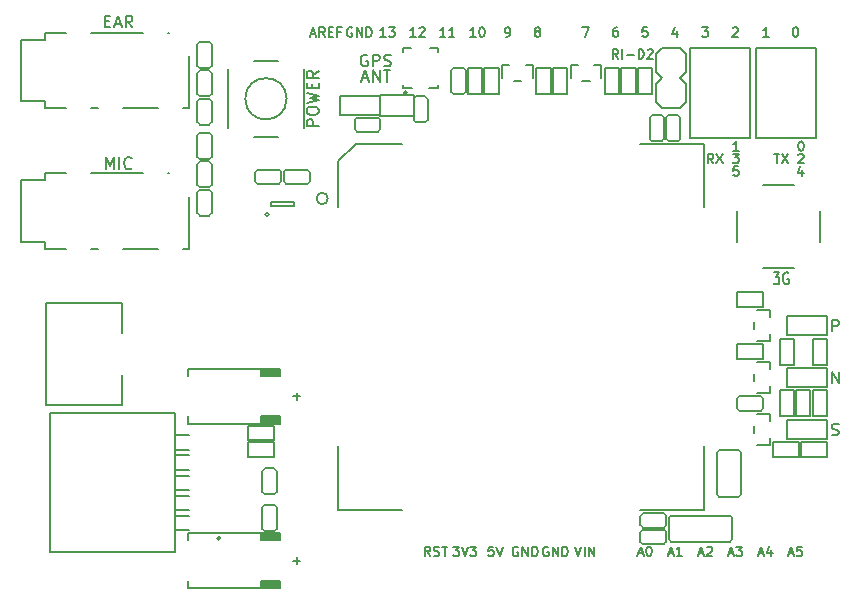
<source format=gbr>
G04 #@! TF.FileFunction,Legend,Top*
%FSLAX46Y46*%
G04 Gerber Fmt 4.6, Leading zero omitted, Abs format (unit mm)*
G04 Created by KiCad (PCBNEW 4.0.7-e2-6376~58~ubuntu16.04.1) date Sat Jul 27 23:54:02 2019*
%MOMM*%
%LPD*%
G01*
G04 APERTURE LIST*
%ADD10C,0.100000*%
%ADD11C,0.160000*%
%ADD12C,0.152400*%
G04 APERTURE END LIST*
D10*
D11*
X143083334Y-122302381D02*
X143578572Y-122302381D01*
X143311905Y-122683333D01*
X143426191Y-122683333D01*
X143502381Y-122730952D01*
X143540477Y-122778571D01*
X143578572Y-122873810D01*
X143578572Y-123111905D01*
X143540477Y-123207143D01*
X143502381Y-123254762D01*
X143426191Y-123302381D01*
X143197619Y-123302381D01*
X143121429Y-123254762D01*
X143083334Y-123207143D01*
X144340477Y-122350000D02*
X144264286Y-122302381D01*
X144150001Y-122302381D01*
X144035715Y-122350000D01*
X143959524Y-122445238D01*
X143921429Y-122540476D01*
X143883334Y-122730952D01*
X143883334Y-122873810D01*
X143921429Y-123064286D01*
X143959524Y-123159524D01*
X144035715Y-123254762D01*
X144150001Y-123302381D01*
X144226191Y-123302381D01*
X144340477Y-123254762D01*
X144378572Y-123207143D01*
X144378572Y-122873810D01*
X144226191Y-122873810D01*
X129930953Y-104211905D02*
X129664286Y-103830952D01*
X129473810Y-104211905D02*
X129473810Y-103411905D01*
X129778572Y-103411905D01*
X129854763Y-103450000D01*
X129892858Y-103488095D01*
X129930953Y-103564286D01*
X129930953Y-103678571D01*
X129892858Y-103754762D01*
X129854763Y-103792857D01*
X129778572Y-103830952D01*
X129473810Y-103830952D01*
X130273810Y-104211905D02*
X130273810Y-103411905D01*
X130654762Y-103907143D02*
X131264286Y-103907143D01*
X131645238Y-104211905D02*
X131645238Y-103411905D01*
X131835714Y-103411905D01*
X131950000Y-103450000D01*
X132026191Y-103526190D01*
X132064286Y-103602381D01*
X132102381Y-103754762D01*
X132102381Y-103869048D01*
X132064286Y-104021429D01*
X132026191Y-104097619D01*
X131950000Y-104173810D01*
X131835714Y-104211905D01*
X131645238Y-104211905D01*
X132407143Y-103488095D02*
X132445238Y-103450000D01*
X132521429Y-103411905D01*
X132711905Y-103411905D01*
X132788095Y-103450000D01*
X132826191Y-103488095D01*
X132864286Y-103564286D01*
X132864286Y-103640476D01*
X132826191Y-103754762D01*
X132369048Y-104211905D01*
X132864286Y-104211905D01*
X148014286Y-136054762D02*
X148157143Y-136102381D01*
X148395239Y-136102381D01*
X148490477Y-136054762D01*
X148538096Y-136007143D01*
X148585715Y-135911905D01*
X148585715Y-135816667D01*
X148538096Y-135721429D01*
X148490477Y-135673810D01*
X148395239Y-135626190D01*
X148204762Y-135578571D01*
X148109524Y-135530952D01*
X148061905Y-135483333D01*
X148014286Y-135388095D01*
X148014286Y-135292857D01*
X148061905Y-135197619D01*
X148109524Y-135150000D01*
X148204762Y-135102381D01*
X148442858Y-135102381D01*
X148585715Y-135150000D01*
X148014286Y-131702381D02*
X148014286Y-130702381D01*
X148585715Y-131702381D01*
X148585715Y-130702381D01*
X148038095Y-127302381D02*
X148038095Y-126302381D01*
X148419048Y-126302381D01*
X148514286Y-126350000D01*
X148561905Y-126397619D01*
X148609524Y-126492857D01*
X148609524Y-126635714D01*
X148561905Y-126730952D01*
X148514286Y-126778571D01*
X148419048Y-126826190D01*
X148038095Y-126826190D01*
X108257143Y-105866667D02*
X108733334Y-105866667D01*
X108161905Y-106152381D02*
X108495238Y-105152381D01*
X108828572Y-106152381D01*
X109161905Y-106152381D02*
X109161905Y-105152381D01*
X109733334Y-106152381D01*
X109733334Y-105152381D01*
X110066667Y-105152381D02*
X110638096Y-105152381D01*
X110352381Y-106152381D02*
X110352381Y-105152381D01*
X108685715Y-103900000D02*
X108590477Y-103852381D01*
X108447620Y-103852381D01*
X108304762Y-103900000D01*
X108209524Y-103995238D01*
X108161905Y-104090476D01*
X108114286Y-104280952D01*
X108114286Y-104423810D01*
X108161905Y-104614286D01*
X108209524Y-104709524D01*
X108304762Y-104804762D01*
X108447620Y-104852381D01*
X108542858Y-104852381D01*
X108685715Y-104804762D01*
X108733334Y-104757143D01*
X108733334Y-104423810D01*
X108542858Y-104423810D01*
X109161905Y-104852381D02*
X109161905Y-103852381D01*
X109542858Y-103852381D01*
X109638096Y-103900000D01*
X109685715Y-103947619D01*
X109733334Y-104042857D01*
X109733334Y-104185714D01*
X109685715Y-104280952D01*
X109638096Y-104328571D01*
X109542858Y-104376190D01*
X109161905Y-104376190D01*
X110114286Y-104804762D02*
X110257143Y-104852381D01*
X110495239Y-104852381D01*
X110590477Y-104804762D01*
X110638096Y-104757143D01*
X110685715Y-104661905D01*
X110685715Y-104566667D01*
X110638096Y-104471429D01*
X110590477Y-104423810D01*
X110495239Y-104376190D01*
X110304762Y-104328571D01*
X110209524Y-104280952D01*
X110161905Y-104233333D01*
X110114286Y-104138095D01*
X110114286Y-104042857D01*
X110161905Y-103947619D01*
X110209524Y-103900000D01*
X110304762Y-103852381D01*
X110542858Y-103852381D01*
X110685715Y-103900000D01*
X86528572Y-113552381D02*
X86528572Y-112552381D01*
X86861906Y-113266667D01*
X87195239Y-112552381D01*
X87195239Y-113552381D01*
X87671429Y-113552381D02*
X87671429Y-112552381D01*
X88719048Y-113457143D02*
X88671429Y-113504762D01*
X88528572Y-113552381D01*
X88433334Y-113552381D01*
X88290476Y-113504762D01*
X88195238Y-113409524D01*
X88147619Y-113314286D01*
X88100000Y-113123810D01*
X88100000Y-112980952D01*
X88147619Y-112790476D01*
X88195238Y-112695238D01*
X88290476Y-112600000D01*
X88433334Y-112552381D01*
X88528572Y-112552381D01*
X88671429Y-112600000D01*
X88719048Y-112647619D01*
X86457143Y-101028571D02*
X86790477Y-101028571D01*
X86933334Y-101552381D02*
X86457143Y-101552381D01*
X86457143Y-100552381D01*
X86933334Y-100552381D01*
X87314286Y-101266667D02*
X87790477Y-101266667D01*
X87219048Y-101552381D02*
X87552381Y-100552381D01*
X87885715Y-101552381D01*
X88790477Y-101552381D02*
X88457143Y-101076190D01*
X88219048Y-101552381D02*
X88219048Y-100552381D01*
X88600001Y-100552381D01*
X88695239Y-100600000D01*
X88742858Y-100647619D01*
X88790477Y-100742857D01*
X88790477Y-100885714D01*
X88742858Y-100980952D01*
X88695239Y-101028571D01*
X88600001Y-101076190D01*
X88219048Y-101076190D01*
X104552381Y-109909524D02*
X103552381Y-109909524D01*
X103552381Y-109528571D01*
X103600000Y-109433333D01*
X103647619Y-109385714D01*
X103742857Y-109338095D01*
X103885714Y-109338095D01*
X103980952Y-109385714D01*
X104028571Y-109433333D01*
X104076190Y-109528571D01*
X104076190Y-109909524D01*
X103552381Y-108719048D02*
X103552381Y-108528571D01*
X103600000Y-108433333D01*
X103695238Y-108338095D01*
X103885714Y-108290476D01*
X104219048Y-108290476D01*
X104409524Y-108338095D01*
X104504762Y-108433333D01*
X104552381Y-108528571D01*
X104552381Y-108719048D01*
X104504762Y-108814286D01*
X104409524Y-108909524D01*
X104219048Y-108957143D01*
X103885714Y-108957143D01*
X103695238Y-108909524D01*
X103600000Y-108814286D01*
X103552381Y-108719048D01*
X103552381Y-107957143D02*
X104552381Y-107719048D01*
X103838095Y-107528571D01*
X104552381Y-107338095D01*
X103552381Y-107100000D01*
X104028571Y-106719048D02*
X104028571Y-106385714D01*
X104552381Y-106242857D02*
X104552381Y-106719048D01*
X103552381Y-106719048D01*
X103552381Y-106242857D01*
X104552381Y-105242857D02*
X104076190Y-105576191D01*
X104552381Y-105814286D02*
X103552381Y-105814286D01*
X103552381Y-105433333D01*
X103600000Y-105338095D01*
X103647619Y-105290476D01*
X103742857Y-105242857D01*
X103885714Y-105242857D01*
X103980952Y-105290476D01*
X104028571Y-105338095D01*
X104076190Y-105433333D01*
X104076190Y-105814286D01*
X103904762Y-102133333D02*
X104285714Y-102133333D01*
X103828571Y-102361905D02*
X104095238Y-101561905D01*
X104361905Y-102361905D01*
X105085714Y-102361905D02*
X104819047Y-101980952D01*
X104628571Y-102361905D02*
X104628571Y-101561905D01*
X104933333Y-101561905D01*
X105009524Y-101600000D01*
X105047619Y-101638095D01*
X105085714Y-101714286D01*
X105085714Y-101828571D01*
X105047619Y-101904762D01*
X105009524Y-101942857D01*
X104933333Y-101980952D01*
X104628571Y-101980952D01*
X105428571Y-101942857D02*
X105695238Y-101942857D01*
X105809524Y-102361905D02*
X105428571Y-102361905D01*
X105428571Y-101561905D01*
X105809524Y-101561905D01*
X106419048Y-101942857D02*
X106152381Y-101942857D01*
X106152381Y-102361905D02*
X106152381Y-101561905D01*
X106533334Y-101561905D01*
X114011905Y-146311905D02*
X113745238Y-145930952D01*
X113554762Y-146311905D02*
X113554762Y-145511905D01*
X113859524Y-145511905D01*
X113935715Y-145550000D01*
X113973810Y-145588095D01*
X114011905Y-145664286D01*
X114011905Y-145778571D01*
X113973810Y-145854762D01*
X113935715Y-145892857D01*
X113859524Y-145930952D01*
X113554762Y-145930952D01*
X114316667Y-146273810D02*
X114430953Y-146311905D01*
X114621429Y-146311905D01*
X114697619Y-146273810D01*
X114735715Y-146235714D01*
X114773810Y-146159524D01*
X114773810Y-146083333D01*
X114735715Y-146007143D01*
X114697619Y-145969048D01*
X114621429Y-145930952D01*
X114469048Y-145892857D01*
X114392857Y-145854762D01*
X114354762Y-145816667D01*
X114316667Y-145740476D01*
X114316667Y-145664286D01*
X114354762Y-145588095D01*
X114392857Y-145550000D01*
X114469048Y-145511905D01*
X114659524Y-145511905D01*
X114773810Y-145550000D01*
X115002381Y-145511905D02*
X115459524Y-145511905D01*
X115230953Y-146311905D02*
X115230953Y-145511905D01*
X115959524Y-145511905D02*
X116454762Y-145511905D01*
X116188095Y-145816667D01*
X116302381Y-145816667D01*
X116378571Y-145854762D01*
X116416667Y-145892857D01*
X116454762Y-145969048D01*
X116454762Y-146159524D01*
X116416667Y-146235714D01*
X116378571Y-146273810D01*
X116302381Y-146311905D01*
X116073809Y-146311905D01*
X115997619Y-146273810D01*
X115959524Y-146235714D01*
X116683333Y-145511905D02*
X116950000Y-146311905D01*
X117216667Y-145511905D01*
X117407143Y-145511905D02*
X117902381Y-145511905D01*
X117635714Y-145816667D01*
X117750000Y-145816667D01*
X117826190Y-145854762D01*
X117864286Y-145892857D01*
X117902381Y-145969048D01*
X117902381Y-146159524D01*
X117864286Y-146235714D01*
X117826190Y-146273810D01*
X117750000Y-146311905D01*
X117521428Y-146311905D01*
X117445238Y-146273810D01*
X117407143Y-146235714D01*
X119347620Y-145511905D02*
X118966667Y-145511905D01*
X118928572Y-145892857D01*
X118966667Y-145854762D01*
X119042858Y-145816667D01*
X119233334Y-145816667D01*
X119309524Y-145854762D01*
X119347620Y-145892857D01*
X119385715Y-145969048D01*
X119385715Y-146159524D01*
X119347620Y-146235714D01*
X119309524Y-146273810D01*
X119233334Y-146311905D01*
X119042858Y-146311905D01*
X118966667Y-146273810D01*
X118928572Y-146235714D01*
X119614286Y-145511905D02*
X119880953Y-146311905D01*
X120147620Y-145511905D01*
X121440477Y-145550000D02*
X121364286Y-145511905D01*
X121250001Y-145511905D01*
X121135715Y-145550000D01*
X121059524Y-145626190D01*
X121021429Y-145702381D01*
X120983334Y-145854762D01*
X120983334Y-145969048D01*
X121021429Y-146121429D01*
X121059524Y-146197619D01*
X121135715Y-146273810D01*
X121250001Y-146311905D01*
X121326191Y-146311905D01*
X121440477Y-146273810D01*
X121478572Y-146235714D01*
X121478572Y-145969048D01*
X121326191Y-145969048D01*
X121821429Y-146311905D02*
X121821429Y-145511905D01*
X122278572Y-146311905D01*
X122278572Y-145511905D01*
X122659524Y-146311905D02*
X122659524Y-145511905D01*
X122850000Y-145511905D01*
X122964286Y-145550000D01*
X123040477Y-145626190D01*
X123078572Y-145702381D01*
X123116667Y-145854762D01*
X123116667Y-145969048D01*
X123078572Y-146121429D01*
X123040477Y-146197619D01*
X122964286Y-146273810D01*
X122850000Y-146311905D01*
X122659524Y-146311905D01*
X123990477Y-145550000D02*
X123914286Y-145511905D01*
X123800001Y-145511905D01*
X123685715Y-145550000D01*
X123609524Y-145626190D01*
X123571429Y-145702381D01*
X123533334Y-145854762D01*
X123533334Y-145969048D01*
X123571429Y-146121429D01*
X123609524Y-146197619D01*
X123685715Y-146273810D01*
X123800001Y-146311905D01*
X123876191Y-146311905D01*
X123990477Y-146273810D01*
X124028572Y-146235714D01*
X124028572Y-145969048D01*
X123876191Y-145969048D01*
X124371429Y-146311905D02*
X124371429Y-145511905D01*
X124828572Y-146311905D01*
X124828572Y-145511905D01*
X125209524Y-146311905D02*
X125209524Y-145511905D01*
X125400000Y-145511905D01*
X125514286Y-145550000D01*
X125590477Y-145626190D01*
X125628572Y-145702381D01*
X125666667Y-145854762D01*
X125666667Y-145969048D01*
X125628572Y-146121429D01*
X125590477Y-146197619D01*
X125514286Y-146273810D01*
X125400000Y-146311905D01*
X125209524Y-146311905D01*
X126273810Y-145511905D02*
X126540477Y-146311905D01*
X126807144Y-145511905D01*
X127073810Y-146311905D02*
X127073810Y-145511905D01*
X127454762Y-146311905D02*
X127454762Y-145511905D01*
X127911905Y-146311905D01*
X127911905Y-145511905D01*
X131628572Y-146083333D02*
X132009524Y-146083333D01*
X131552381Y-146311905D02*
X131819048Y-145511905D01*
X132085715Y-146311905D01*
X132504762Y-145511905D02*
X132580953Y-145511905D01*
X132657143Y-145550000D01*
X132695238Y-145588095D01*
X132733334Y-145664286D01*
X132771429Y-145816667D01*
X132771429Y-146007143D01*
X132733334Y-146159524D01*
X132695238Y-146235714D01*
X132657143Y-146273810D01*
X132580953Y-146311905D01*
X132504762Y-146311905D01*
X132428572Y-146273810D01*
X132390476Y-146235714D01*
X132352381Y-146159524D01*
X132314286Y-146007143D01*
X132314286Y-145816667D01*
X132352381Y-145664286D01*
X132390476Y-145588095D01*
X132428572Y-145550000D01*
X132504762Y-145511905D01*
X134178572Y-146083333D02*
X134559524Y-146083333D01*
X134102381Y-146311905D02*
X134369048Y-145511905D01*
X134635715Y-146311905D01*
X135321429Y-146311905D02*
X134864286Y-146311905D01*
X135092857Y-146311905D02*
X135092857Y-145511905D01*
X135016667Y-145626190D01*
X134940476Y-145702381D01*
X134864286Y-145740476D01*
X136728572Y-146083333D02*
X137109524Y-146083333D01*
X136652381Y-146311905D02*
X136919048Y-145511905D01*
X137185715Y-146311905D01*
X137414286Y-145588095D02*
X137452381Y-145550000D01*
X137528572Y-145511905D01*
X137719048Y-145511905D01*
X137795238Y-145550000D01*
X137833334Y-145588095D01*
X137871429Y-145664286D01*
X137871429Y-145740476D01*
X137833334Y-145854762D01*
X137376191Y-146311905D01*
X137871429Y-146311905D01*
X139278572Y-146083333D02*
X139659524Y-146083333D01*
X139202381Y-146311905D02*
X139469048Y-145511905D01*
X139735715Y-146311905D01*
X139926191Y-145511905D02*
X140421429Y-145511905D01*
X140154762Y-145816667D01*
X140269048Y-145816667D01*
X140345238Y-145854762D01*
X140383334Y-145892857D01*
X140421429Y-145969048D01*
X140421429Y-146159524D01*
X140383334Y-146235714D01*
X140345238Y-146273810D01*
X140269048Y-146311905D01*
X140040476Y-146311905D01*
X139964286Y-146273810D01*
X139926191Y-146235714D01*
X141828572Y-146083333D02*
X142209524Y-146083333D01*
X141752381Y-146311905D02*
X142019048Y-145511905D01*
X142285715Y-146311905D01*
X142895238Y-145778571D02*
X142895238Y-146311905D01*
X142704762Y-145473810D02*
X142514286Y-146045238D01*
X143009524Y-146045238D01*
X144378572Y-146083333D02*
X144759524Y-146083333D01*
X144302381Y-146311905D02*
X144569048Y-145511905D01*
X144835715Y-146311905D01*
X145483334Y-145511905D02*
X145102381Y-145511905D01*
X145064286Y-145892857D01*
X145102381Y-145854762D01*
X145178572Y-145816667D01*
X145369048Y-145816667D01*
X145445238Y-145854762D01*
X145483334Y-145892857D01*
X145521429Y-145969048D01*
X145521429Y-146159524D01*
X145483334Y-146235714D01*
X145445238Y-146273810D01*
X145369048Y-146311905D01*
X145178572Y-146311905D01*
X145102381Y-146273810D01*
X145064286Y-146235714D01*
X107390477Y-101600000D02*
X107314286Y-101561905D01*
X107200001Y-101561905D01*
X107085715Y-101600000D01*
X107009524Y-101676190D01*
X106971429Y-101752381D01*
X106933334Y-101904762D01*
X106933334Y-102019048D01*
X106971429Y-102171429D01*
X107009524Y-102247619D01*
X107085715Y-102323810D01*
X107200001Y-102361905D01*
X107276191Y-102361905D01*
X107390477Y-102323810D01*
X107428572Y-102285714D01*
X107428572Y-102019048D01*
X107276191Y-102019048D01*
X107771429Y-102361905D02*
X107771429Y-101561905D01*
X108228572Y-102361905D01*
X108228572Y-101561905D01*
X108609524Y-102361905D02*
X108609524Y-101561905D01*
X108800000Y-101561905D01*
X108914286Y-101600000D01*
X108990477Y-101676190D01*
X109028572Y-101752381D01*
X109066667Y-101904762D01*
X109066667Y-102019048D01*
X109028572Y-102171429D01*
X108990477Y-102247619D01*
X108914286Y-102323810D01*
X108800000Y-102361905D01*
X108609524Y-102361905D01*
X110247619Y-102361905D02*
X109790476Y-102361905D01*
X110019047Y-102361905D02*
X110019047Y-101561905D01*
X109942857Y-101676190D01*
X109866666Y-101752381D01*
X109790476Y-101790476D01*
X110514286Y-101561905D02*
X111009524Y-101561905D01*
X110742857Y-101866667D01*
X110857143Y-101866667D01*
X110933333Y-101904762D01*
X110971429Y-101942857D01*
X111009524Y-102019048D01*
X111009524Y-102209524D01*
X110971429Y-102285714D01*
X110933333Y-102323810D01*
X110857143Y-102361905D01*
X110628571Y-102361905D01*
X110552381Y-102323810D01*
X110514286Y-102285714D01*
X112797619Y-102361905D02*
X112340476Y-102361905D01*
X112569047Y-102361905D02*
X112569047Y-101561905D01*
X112492857Y-101676190D01*
X112416666Y-101752381D01*
X112340476Y-101790476D01*
X113102381Y-101638095D02*
X113140476Y-101600000D01*
X113216667Y-101561905D01*
X113407143Y-101561905D01*
X113483333Y-101600000D01*
X113521429Y-101638095D01*
X113559524Y-101714286D01*
X113559524Y-101790476D01*
X113521429Y-101904762D01*
X113064286Y-102361905D01*
X113559524Y-102361905D01*
X115297619Y-102361905D02*
X114840476Y-102361905D01*
X115069047Y-102361905D02*
X115069047Y-101561905D01*
X114992857Y-101676190D01*
X114916666Y-101752381D01*
X114840476Y-101790476D01*
X116059524Y-102361905D02*
X115602381Y-102361905D01*
X115830952Y-102361905D02*
X115830952Y-101561905D01*
X115754762Y-101676190D01*
X115678571Y-101752381D01*
X115602381Y-101790476D01*
X117847619Y-102361905D02*
X117390476Y-102361905D01*
X117619047Y-102361905D02*
X117619047Y-101561905D01*
X117542857Y-101676190D01*
X117466666Y-101752381D01*
X117390476Y-101790476D01*
X118342857Y-101561905D02*
X118419048Y-101561905D01*
X118495238Y-101600000D01*
X118533333Y-101638095D01*
X118571429Y-101714286D01*
X118609524Y-101866667D01*
X118609524Y-102057143D01*
X118571429Y-102209524D01*
X118533333Y-102285714D01*
X118495238Y-102323810D01*
X118419048Y-102361905D01*
X118342857Y-102361905D01*
X118266667Y-102323810D01*
X118228571Y-102285714D01*
X118190476Y-102209524D01*
X118152381Y-102057143D01*
X118152381Y-101866667D01*
X118190476Y-101714286D01*
X118228571Y-101638095D01*
X118266667Y-101600000D01*
X118342857Y-101561905D01*
X120397619Y-102361905D02*
X120550000Y-102361905D01*
X120626191Y-102323810D01*
X120664286Y-102285714D01*
X120740477Y-102171429D01*
X120778572Y-102019048D01*
X120778572Y-101714286D01*
X120740477Y-101638095D01*
X120702381Y-101600000D01*
X120626191Y-101561905D01*
X120473810Y-101561905D01*
X120397619Y-101600000D01*
X120359524Y-101638095D01*
X120321429Y-101714286D01*
X120321429Y-101904762D01*
X120359524Y-101980952D01*
X120397619Y-102019048D01*
X120473810Y-102057143D01*
X120626191Y-102057143D01*
X120702381Y-102019048D01*
X120740477Y-101980952D01*
X120778572Y-101904762D01*
X123023810Y-101904762D02*
X122947619Y-101866667D01*
X122909524Y-101828571D01*
X122871429Y-101752381D01*
X122871429Y-101714286D01*
X122909524Y-101638095D01*
X122947619Y-101600000D01*
X123023810Y-101561905D01*
X123176191Y-101561905D01*
X123252381Y-101600000D01*
X123290477Y-101638095D01*
X123328572Y-101714286D01*
X123328572Y-101752381D01*
X123290477Y-101828571D01*
X123252381Y-101866667D01*
X123176191Y-101904762D01*
X123023810Y-101904762D01*
X122947619Y-101942857D01*
X122909524Y-101980952D01*
X122871429Y-102057143D01*
X122871429Y-102209524D01*
X122909524Y-102285714D01*
X122947619Y-102323810D01*
X123023810Y-102361905D01*
X123176191Y-102361905D01*
X123252381Y-102323810D01*
X123290477Y-102285714D01*
X123328572Y-102209524D01*
X123328572Y-102057143D01*
X123290477Y-101980952D01*
X123252381Y-101942857D01*
X123176191Y-101904762D01*
X126883334Y-101561905D02*
X127416667Y-101561905D01*
X127073810Y-102361905D01*
X129852381Y-101561905D02*
X129700000Y-101561905D01*
X129623810Y-101600000D01*
X129585715Y-101638095D01*
X129509524Y-101752381D01*
X129471429Y-101904762D01*
X129471429Y-102209524D01*
X129509524Y-102285714D01*
X129547619Y-102323810D01*
X129623810Y-102361905D01*
X129776191Y-102361905D01*
X129852381Y-102323810D01*
X129890477Y-102285714D01*
X129928572Y-102209524D01*
X129928572Y-102019048D01*
X129890477Y-101942857D01*
X129852381Y-101904762D01*
X129776191Y-101866667D01*
X129623810Y-101866667D01*
X129547619Y-101904762D01*
X129509524Y-101942857D01*
X129471429Y-102019048D01*
X132390477Y-101561905D02*
X132009524Y-101561905D01*
X131971429Y-101942857D01*
X132009524Y-101904762D01*
X132085715Y-101866667D01*
X132276191Y-101866667D01*
X132352381Y-101904762D01*
X132390477Y-101942857D01*
X132428572Y-102019048D01*
X132428572Y-102209524D01*
X132390477Y-102285714D01*
X132352381Y-102323810D01*
X132276191Y-102361905D01*
X132085715Y-102361905D01*
X132009524Y-102323810D01*
X131971429Y-102285714D01*
X134902381Y-101828571D02*
X134902381Y-102361905D01*
X134711905Y-101523810D02*
X134521429Y-102095238D01*
X135016667Y-102095238D01*
X137033334Y-101561905D02*
X137528572Y-101561905D01*
X137261905Y-101866667D01*
X137376191Y-101866667D01*
X137452381Y-101904762D01*
X137490477Y-101942857D01*
X137528572Y-102019048D01*
X137528572Y-102209524D01*
X137490477Y-102285714D01*
X137452381Y-102323810D01*
X137376191Y-102361905D01*
X137147619Y-102361905D01*
X137071429Y-102323810D01*
X137033334Y-102285714D01*
X139621429Y-101638095D02*
X139659524Y-101600000D01*
X139735715Y-101561905D01*
X139926191Y-101561905D01*
X140002381Y-101600000D01*
X140040477Y-101638095D01*
X140078572Y-101714286D01*
X140078572Y-101790476D01*
X140040477Y-101904762D01*
X139583334Y-102361905D01*
X140078572Y-102361905D01*
X142678572Y-102361905D02*
X142221429Y-102361905D01*
X142450000Y-102361905D02*
X142450000Y-101561905D01*
X142373810Y-101676190D01*
X142297619Y-101752381D01*
X142221429Y-101790476D01*
X144911905Y-101561905D02*
X144988096Y-101561905D01*
X145064286Y-101600000D01*
X145102381Y-101638095D01*
X145140477Y-101714286D01*
X145178572Y-101866667D01*
X145178572Y-102057143D01*
X145140477Y-102209524D01*
X145102381Y-102285714D01*
X145064286Y-102323810D01*
X144988096Y-102361905D01*
X144911905Y-102361905D01*
X144835715Y-102323810D01*
X144797619Y-102285714D01*
X144759524Y-102209524D01*
X144721429Y-102057143D01*
X144721429Y-101866667D01*
X144759524Y-101714286D01*
X144797619Y-101638095D01*
X144835715Y-101600000D01*
X144911905Y-101561905D01*
X140090477Y-113311905D02*
X139709524Y-113311905D01*
X139671429Y-113692857D01*
X139709524Y-113654762D01*
X139785715Y-113616667D01*
X139976191Y-113616667D01*
X140052381Y-113654762D01*
X140090477Y-113692857D01*
X140128572Y-113769048D01*
X140128572Y-113959524D01*
X140090477Y-114035714D01*
X140052381Y-114073810D01*
X139976191Y-114111905D01*
X139785715Y-114111905D01*
X139709524Y-114073810D01*
X139671429Y-114035714D01*
X137980952Y-113061905D02*
X137714285Y-112680952D01*
X137523809Y-113061905D02*
X137523809Y-112261905D01*
X137828571Y-112261905D01*
X137904762Y-112300000D01*
X137942857Y-112338095D01*
X137980952Y-112414286D01*
X137980952Y-112528571D01*
X137942857Y-112604762D01*
X137904762Y-112642857D01*
X137828571Y-112680952D01*
X137523809Y-112680952D01*
X138247619Y-112261905D02*
X138780952Y-113061905D01*
X138780952Y-112261905D02*
X138247619Y-113061905D01*
X139619048Y-112261905D02*
X140114286Y-112261905D01*
X139847619Y-112566667D01*
X139961905Y-112566667D01*
X140038095Y-112604762D01*
X140076191Y-112642857D01*
X140114286Y-112719048D01*
X140114286Y-112909524D01*
X140076191Y-112985714D01*
X140038095Y-113023810D01*
X139961905Y-113061905D01*
X139733333Y-113061905D01*
X139657143Y-113023810D01*
X139619048Y-112985714D01*
X140128572Y-112011905D02*
X139671429Y-112011905D01*
X139900000Y-112011905D02*
X139900000Y-111211905D01*
X139823810Y-111326190D01*
X139747619Y-111402381D01*
X139671429Y-111440476D01*
X143104761Y-112261905D02*
X143561904Y-112261905D01*
X143333333Y-113061905D02*
X143333333Y-112261905D01*
X143752381Y-112261905D02*
X144285714Y-113061905D01*
X144285714Y-112261905D02*
X143752381Y-113061905D01*
X145161905Y-112338095D02*
X145200000Y-112300000D01*
X145276191Y-112261905D01*
X145466667Y-112261905D01*
X145542857Y-112300000D01*
X145580953Y-112338095D01*
X145619048Y-112414286D01*
X145619048Y-112490476D01*
X145580953Y-112604762D01*
X145123810Y-113061905D01*
X145619048Y-113061905D01*
X145502381Y-113628571D02*
X145502381Y-114161905D01*
X145311905Y-113323810D02*
X145121429Y-113895238D01*
X145616667Y-113895238D01*
X145361905Y-111211905D02*
X145438096Y-111211905D01*
X145514286Y-111250000D01*
X145552381Y-111288095D01*
X145590477Y-111364286D01*
X145628572Y-111516667D01*
X145628572Y-111707143D01*
X145590477Y-111859524D01*
X145552381Y-111935714D01*
X145514286Y-111973810D01*
X145438096Y-112011905D01*
X145361905Y-112011905D01*
X145285715Y-111973810D01*
X145247619Y-111935714D01*
X145209524Y-111859524D01*
X145171429Y-111707143D01*
X145171429Y-111516667D01*
X145209524Y-111364286D01*
X145247619Y-111288095D01*
X145285715Y-111250000D01*
X145361905Y-111211905D01*
D12*
X99700000Y-130600000D02*
X101300000Y-130600000D01*
X101300000Y-130700000D02*
X99700000Y-130700000D01*
X99700000Y-130800000D02*
X101300000Y-130800000D01*
X101300000Y-130900000D02*
X99700000Y-130900000D01*
X101300000Y-131000000D02*
X99700000Y-131000000D01*
X101300000Y-131100000D02*
X99700000Y-131100000D01*
X99700000Y-131100000D02*
X99700000Y-130500000D01*
X101300000Y-134600000D02*
X99700000Y-134600000D01*
X99700000Y-134700000D02*
X101300000Y-134700000D01*
X101300000Y-134800000D02*
X99700000Y-134800000D01*
X99700000Y-134900000D02*
X101300000Y-134900000D01*
X101300000Y-135000000D02*
X99700000Y-135000000D01*
X101300000Y-134500000D02*
X99700000Y-134500000D01*
X99700000Y-134500000D02*
X99700000Y-135100000D01*
X99700000Y-135100000D02*
X99700000Y-135000000D01*
X101300000Y-130500000D02*
X101300000Y-131100000D01*
X101300000Y-135100000D02*
X101300000Y-134500000D01*
X93500000Y-130500000D02*
X93500000Y-131100000D01*
X93500000Y-135100000D02*
X93500000Y-134500000D01*
X102700000Y-133100000D02*
X102700000Y-132500000D01*
X102400000Y-132800000D02*
X103000000Y-132800000D01*
X101300000Y-135100000D02*
X93500000Y-135100000D01*
X93500000Y-130500000D02*
X101300000Y-130500000D01*
X99700000Y-144500000D02*
X101300000Y-144500000D01*
X101300000Y-144600000D02*
X99700000Y-144600000D01*
X99700000Y-144700000D02*
X101300000Y-144700000D01*
X101300000Y-144800000D02*
X99700000Y-144800000D01*
X101300000Y-144900000D02*
X99700000Y-144900000D01*
X101300000Y-145000000D02*
X99700000Y-145000000D01*
X99700000Y-145000000D02*
X99700000Y-144400000D01*
X101300000Y-148500000D02*
X99700000Y-148500000D01*
X99700000Y-148600000D02*
X101300000Y-148600000D01*
X101300000Y-148700000D02*
X99700000Y-148700000D01*
X99700000Y-148800000D02*
X101300000Y-148800000D01*
X101300000Y-148900000D02*
X99700000Y-148900000D01*
X101300000Y-148400000D02*
X99700000Y-148400000D01*
X99700000Y-148400000D02*
X99700000Y-149000000D01*
X99700000Y-149000000D02*
X99700000Y-148900000D01*
X101300000Y-144400000D02*
X101300000Y-145000000D01*
X101300000Y-149000000D02*
X101300000Y-148400000D01*
X93500000Y-144400000D02*
X93500000Y-145000000D01*
X93500000Y-149000000D02*
X93500000Y-148400000D01*
X102700000Y-147000000D02*
X102700000Y-146400000D01*
X102400000Y-146700000D02*
X103000000Y-146700000D01*
X101300000Y-149000000D02*
X93500000Y-149000000D01*
X93500000Y-144400000D02*
X101300000Y-144400000D01*
X137200000Y-137000000D02*
X137200000Y-142400000D01*
X137200000Y-142400000D02*
X131800000Y-142400000D01*
X106200000Y-137000000D02*
X106200000Y-142400000D01*
X106200000Y-142400000D02*
X111600000Y-142400000D01*
X131800000Y-111400000D02*
X137200000Y-111400000D01*
X137200000Y-111400000D02*
X137200000Y-116800000D01*
X107700000Y-111400000D02*
X111600000Y-111400000D01*
X106200000Y-116800000D02*
X106200000Y-112900000D01*
X106200000Y-112900000D02*
X107700000Y-111400000D01*
X105339526Y-116039960D02*
G75*
G03X105339526Y-116039960I-479246J0D01*
G01*
X135162000Y-105830000D02*
X135670000Y-105322000D01*
X135670000Y-105322000D02*
X135670000Y-103798000D01*
X135670000Y-103798000D02*
X135162000Y-103290000D01*
X135162000Y-103290000D02*
X133638000Y-103290000D01*
X133638000Y-103290000D02*
X133130000Y-103798000D01*
X133130000Y-103798000D02*
X133130000Y-105322000D01*
X133130000Y-105322000D02*
X133638000Y-105830000D01*
X133638000Y-105830000D02*
X133130000Y-106338000D01*
X133130000Y-106338000D02*
X133130000Y-107862000D01*
X133130000Y-107862000D02*
X133638000Y-108370000D01*
X133638000Y-108370000D02*
X135162000Y-108370000D01*
X135162000Y-108370000D02*
X135670000Y-107862000D01*
X135670000Y-107862000D02*
X135670000Y-106338000D01*
X135670000Y-106338000D02*
X135162000Y-105830000D01*
X144200000Y-126000000D02*
X147600000Y-126000000D01*
X147600000Y-126000000D02*
X147600000Y-127600000D01*
X147600000Y-127600000D02*
X144200000Y-127600000D01*
X144200000Y-127600000D02*
X144200000Y-126000000D01*
X144200000Y-130400000D02*
X147600000Y-130400000D01*
X147600000Y-130400000D02*
X147600000Y-132000000D01*
X147600000Y-132000000D02*
X144200000Y-132000000D01*
X144200000Y-132000000D02*
X144200000Y-130400000D01*
X144200000Y-134800000D02*
X147600000Y-134800000D01*
X147600000Y-134800000D02*
X147600000Y-136400000D01*
X147600000Y-136400000D02*
X144200000Y-136400000D01*
X144200000Y-136400000D02*
X144200000Y-134800000D01*
X121100000Y-106100000D02*
X121700000Y-106100000D01*
X122100000Y-104700000D02*
X122700000Y-104700000D01*
X122700000Y-104700000D02*
X122700000Y-105800000D01*
X120100000Y-104700000D02*
X120100000Y-105800000D01*
X120100000Y-104700000D02*
X120700000Y-104700000D01*
X141400000Y-126500000D02*
X141400000Y-127100000D01*
X142800000Y-127500000D02*
X142800000Y-128100000D01*
X142800000Y-128100000D02*
X141700000Y-128100000D01*
X142800000Y-125500000D02*
X141700000Y-125500000D01*
X142800000Y-125500000D02*
X142800000Y-126100000D01*
X141400000Y-130900000D02*
X141400000Y-131500000D01*
X142800000Y-131900000D02*
X142800000Y-132500000D01*
X142800000Y-132500000D02*
X141700000Y-132500000D01*
X142800000Y-129900000D02*
X141700000Y-129900000D01*
X142800000Y-129900000D02*
X142800000Y-130500000D01*
X141400000Y-135300000D02*
X141400000Y-135900000D01*
X142800000Y-136300000D02*
X142800000Y-136900000D01*
X142800000Y-136900000D02*
X141700000Y-136900000D01*
X142800000Y-134300000D02*
X141700000Y-134300000D01*
X142800000Y-134300000D02*
X142800000Y-134900000D01*
X126900000Y-106100000D02*
X127500000Y-106100000D01*
X127900000Y-104700000D02*
X128500000Y-104700000D01*
X128500000Y-104700000D02*
X128500000Y-105800000D01*
X125900000Y-104700000D02*
X125900000Y-105800000D01*
X125900000Y-104700000D02*
X126500000Y-104700000D01*
D11*
X87900000Y-133550000D02*
X87900000Y-131000000D01*
X87900000Y-124850000D02*
X87900000Y-127400000D01*
X81450000Y-124850000D02*
X81450000Y-133550000D01*
X87900000Y-133550000D02*
X81450000Y-133550000D01*
X81450000Y-124850000D02*
X87900000Y-124850000D01*
X141560000Y-110910000D02*
X141560000Y-103290000D01*
X146640000Y-103290000D02*
X146640000Y-110910000D01*
X146640000Y-110910000D02*
X141560000Y-110910000D01*
X141560000Y-103290000D02*
X146640000Y-103290000D01*
X136010000Y-110910000D02*
X136010000Y-103290000D01*
X141090000Y-103290000D02*
X141090000Y-110910000D01*
X141090000Y-110910000D02*
X136010000Y-110910000D01*
X136010000Y-103290000D02*
X141090000Y-103290000D01*
D12*
X93600000Y-137300000D02*
X92400000Y-137300000D01*
X93600000Y-137800000D02*
X92400000Y-137800000D01*
X93600000Y-139000000D02*
X92400000Y-139000000D01*
X93600000Y-139500000D02*
X92400000Y-139500000D01*
X93600000Y-140700000D02*
X92400000Y-140700000D01*
X93600000Y-141200000D02*
X92400000Y-141200000D01*
X93600000Y-142400000D02*
X92400000Y-142400000D01*
X93600000Y-142900000D02*
X92400000Y-142900000D01*
X93600000Y-136100000D02*
X92400000Y-136100000D01*
X93600000Y-144100000D02*
X92400000Y-144100000D01*
X96241421Y-144800000D02*
G75*
G03X96241421Y-144800000I-141421J0D01*
G01*
X92400000Y-146000000D02*
X81800000Y-146000000D01*
X81800000Y-146000000D02*
X81800000Y-134200000D01*
X81800000Y-134200000D02*
X92400000Y-134200000D01*
X92400000Y-146000000D02*
X92400000Y-134200000D01*
X134200000Y-144900000D02*
G75*
G03X134400000Y-145100000I200000J0D01*
G01*
X134400000Y-142900000D02*
G75*
G03X134200000Y-143100000I0J-200000D01*
G01*
X139600000Y-143100000D02*
G75*
G03X139400000Y-142900000I-200000J0D01*
G01*
X139400000Y-145100000D02*
G75*
G03X139600000Y-144900000I0J200000D01*
G01*
X134400000Y-142900000D02*
X139400000Y-142900000D01*
X139600000Y-143100000D02*
X139600000Y-144900000D01*
X139400000Y-145100000D02*
X134400000Y-145100000D01*
X134200000Y-144900000D02*
X134200000Y-143100000D01*
X140100000Y-141300000D02*
G75*
G03X140300000Y-141100000I0J200000D01*
G01*
X140300000Y-137500000D02*
G75*
G03X140100000Y-137300000I-200000J0D01*
G01*
X138500000Y-137300000D02*
G75*
G03X138300000Y-137500000I0J-200000D01*
G01*
X138300000Y-141100000D02*
G75*
G03X138500000Y-141300000I200000J0D01*
G01*
X138300000Y-141100000D02*
X138300000Y-137500000D01*
X138500000Y-137300000D02*
X140100000Y-137300000D01*
X140300000Y-137500000D02*
X140300000Y-141100000D01*
X140100000Y-141300000D02*
X138500000Y-141300000D01*
X131800000Y-143700000D02*
G75*
G03X132000000Y-143900000I200000J0D01*
G01*
X132000000Y-142700000D02*
G75*
G03X131800000Y-142900000I0J-200000D01*
G01*
X134000000Y-142900000D02*
G75*
G03X133800000Y-142700000I-200000J0D01*
G01*
X133800000Y-143900000D02*
G75*
G03X134000000Y-143700000I0J200000D01*
G01*
X133800000Y-143900000D02*
X132000000Y-143900000D01*
X131800000Y-143700000D02*
X131800000Y-142900000D01*
X132000000Y-142700000D02*
X133800000Y-142700000D01*
X134000000Y-142900000D02*
X134000000Y-143700000D01*
X131800000Y-145100000D02*
G75*
G03X132000000Y-145300000I200000J0D01*
G01*
X132000000Y-144100000D02*
G75*
G03X131800000Y-144300000I0J-200000D01*
G01*
X134000000Y-144300000D02*
G75*
G03X133800000Y-144100000I-200000J0D01*
G01*
X133800000Y-145300000D02*
G75*
G03X134000000Y-145100000I0J200000D01*
G01*
X133800000Y-145300000D02*
X132000000Y-145300000D01*
X131800000Y-145100000D02*
X131800000Y-144300000D01*
X132000000Y-144100000D02*
X133800000Y-144100000D01*
X134000000Y-144300000D02*
X134000000Y-145100000D01*
X101400000Y-113800000D02*
G75*
G03X101200000Y-113600000I-200000J0D01*
G01*
X101200000Y-114800000D02*
G75*
G03X101400000Y-114600000I0J200000D01*
G01*
X99200000Y-114600000D02*
G75*
G03X99400000Y-114800000I200000J0D01*
G01*
X99400000Y-113600000D02*
G75*
G03X99200000Y-113800000I0J-200000D01*
G01*
X99400000Y-113600000D02*
X101200000Y-113600000D01*
X101400000Y-113800000D02*
X101400000Y-114600000D01*
X101200000Y-114800000D02*
X99400000Y-114800000D01*
X99200000Y-114600000D02*
X99200000Y-113800000D01*
X101610000Y-114600000D02*
G75*
G03X101810000Y-114800000I200000J0D01*
G01*
X101810000Y-113600000D02*
G75*
G03X101610000Y-113800000I0J-200000D01*
G01*
X103810000Y-113800000D02*
G75*
G03X103610000Y-113600000I-200000J0D01*
G01*
X103610000Y-114800000D02*
G75*
G03X103810000Y-114600000I0J200000D01*
G01*
X103610000Y-114800000D02*
X101810000Y-114800000D01*
X101610000Y-114600000D02*
X101610000Y-113800000D01*
X101810000Y-113600000D02*
X103610000Y-113600000D01*
X103810000Y-113800000D02*
X103810000Y-114600000D01*
X94500000Y-102800000D02*
G75*
G03X94300000Y-103000000I0J-200000D01*
G01*
X95500000Y-103000000D02*
G75*
G03X95300000Y-102800000I-200000J0D01*
G01*
X95300000Y-105000000D02*
G75*
G03X95500000Y-104800000I0J200000D01*
G01*
X94300000Y-104800000D02*
G75*
G03X94500000Y-105000000I200000J0D01*
G01*
X94300000Y-104800000D02*
X94300000Y-103000000D01*
X94500000Y-102800000D02*
X95300000Y-102800000D01*
X95500000Y-103000000D02*
X95500000Y-104800000D01*
X95300000Y-105000000D02*
X94500000Y-105000000D01*
X116000000Y-105000000D02*
G75*
G03X115800000Y-105200000I0J-200000D01*
G01*
X117000000Y-105200000D02*
G75*
G03X116800000Y-105000000I-200000J0D01*
G01*
X116800000Y-107200000D02*
G75*
G03X117000000Y-107000000I0J200000D01*
G01*
X115800000Y-107000000D02*
G75*
G03X116000000Y-107200000I200000J0D01*
G01*
X115800000Y-107000000D02*
X115800000Y-105200000D01*
X116000000Y-105000000D02*
X116800000Y-105000000D01*
X117000000Y-105200000D02*
X117000000Y-107000000D01*
X116800000Y-107200000D02*
X116000000Y-107200000D01*
X94500000Y-105200000D02*
G75*
G03X94300000Y-105400000I0J-200000D01*
G01*
X95500000Y-105400000D02*
G75*
G03X95300000Y-105200000I-200000J0D01*
G01*
X95300000Y-107400000D02*
G75*
G03X95500000Y-107200000I0J200000D01*
G01*
X94300000Y-107200000D02*
G75*
G03X94500000Y-107400000I200000J0D01*
G01*
X94300000Y-107200000D02*
X94300000Y-105400000D01*
X94500000Y-105200000D02*
X95300000Y-105200000D01*
X95500000Y-105400000D02*
X95500000Y-107200000D01*
X95300000Y-107400000D02*
X94500000Y-107400000D01*
X94500000Y-107600000D02*
G75*
G03X94300000Y-107800000I0J-200000D01*
G01*
X95500000Y-107800000D02*
G75*
G03X95300000Y-107600000I-200000J0D01*
G01*
X95300000Y-109800000D02*
G75*
G03X95500000Y-109600000I0J200000D01*
G01*
X94300000Y-109600000D02*
G75*
G03X94500000Y-109800000I200000J0D01*
G01*
X94300000Y-109600000D02*
X94300000Y-107800000D01*
X94500000Y-107600000D02*
X95300000Y-107600000D01*
X95500000Y-107800000D02*
X95500000Y-109600000D01*
X95300000Y-109800000D02*
X94500000Y-109800000D01*
X100800000Y-141100000D02*
G75*
G03X101000000Y-140900000I0J200000D01*
G01*
X99800000Y-140900000D02*
G75*
G03X100000000Y-141100000I200000J0D01*
G01*
X100000000Y-138900000D02*
G75*
G03X99800000Y-139100000I0J-200000D01*
G01*
X101000000Y-139100000D02*
G75*
G03X100800000Y-138900000I-200000J0D01*
G01*
X101000000Y-139100000D02*
X101000000Y-140900000D01*
X100800000Y-141100000D02*
X100000000Y-141100000D01*
X99800000Y-140900000D02*
X99800000Y-139100000D01*
X100000000Y-138900000D02*
X100800000Y-138900000D01*
X100000000Y-142000000D02*
G75*
G03X99800000Y-142200000I0J-200000D01*
G01*
X101000000Y-142200000D02*
G75*
G03X100800000Y-142000000I-200000J0D01*
G01*
X100800000Y-144200000D02*
G75*
G03X101000000Y-144000000I0J200000D01*
G01*
X99800000Y-144000000D02*
G75*
G03X100000000Y-144200000I200000J0D01*
G01*
X99800000Y-144000000D02*
X99800000Y-142200000D01*
X100000000Y-142000000D02*
X100800000Y-142000000D01*
X101000000Y-142200000D02*
X101000000Y-144000000D01*
X100800000Y-144200000D02*
X100000000Y-144200000D01*
X142200000Y-133000000D02*
G75*
G03X142000000Y-132800000I-200000J0D01*
G01*
X142000000Y-134000000D02*
G75*
G03X142200000Y-133800000I0J200000D01*
G01*
X140000000Y-133800000D02*
G75*
G03X140200000Y-134000000I200000J0D01*
G01*
X140200000Y-132800000D02*
G75*
G03X140000000Y-133000000I0J-200000D01*
G01*
X140200000Y-132800000D02*
X142000000Y-132800000D01*
X142200000Y-133000000D02*
X142200000Y-133800000D01*
X142000000Y-134000000D02*
X140200000Y-134000000D01*
X140000000Y-133800000D02*
X140000000Y-133000000D01*
X133600000Y-111200000D02*
G75*
G03X133800000Y-111000000I0J200000D01*
G01*
X132600000Y-111000000D02*
G75*
G03X132800000Y-111200000I200000J0D01*
G01*
X132800000Y-109000000D02*
G75*
G03X132600000Y-109200000I0J-200000D01*
G01*
X133800000Y-109200000D02*
G75*
G03X133600000Y-109000000I-200000J0D01*
G01*
X133800000Y-109200000D02*
X133800000Y-111000000D01*
X133600000Y-111200000D02*
X132800000Y-111200000D01*
X132600000Y-111000000D02*
X132600000Y-109200000D01*
X132800000Y-109000000D02*
X133600000Y-109000000D01*
X95300000Y-117500000D02*
G75*
G03X95500000Y-117300000I0J200000D01*
G01*
X94300000Y-117300000D02*
G75*
G03X94500000Y-117500000I200000J0D01*
G01*
X94500000Y-115300000D02*
G75*
G03X94300000Y-115500000I0J-200000D01*
G01*
X95500000Y-115500000D02*
G75*
G03X95300000Y-115300000I-200000J0D01*
G01*
X95500000Y-115500000D02*
X95500000Y-117300000D01*
X95300000Y-117500000D02*
X94500000Y-117500000D01*
X94300000Y-117300000D02*
X94300000Y-115500000D01*
X94500000Y-115300000D02*
X95300000Y-115300000D01*
X135000000Y-111200000D02*
G75*
G03X135200000Y-111000000I0J200000D01*
G01*
X134000000Y-111000000D02*
G75*
G03X134200000Y-111200000I200000J0D01*
G01*
X134200000Y-109000000D02*
G75*
G03X134000000Y-109200000I0J-200000D01*
G01*
X135200000Y-109200000D02*
G75*
G03X135000000Y-109000000I-200000J0D01*
G01*
X135200000Y-109200000D02*
X135200000Y-111000000D01*
X135000000Y-111200000D02*
X134200000Y-111200000D01*
X134000000Y-111000000D02*
X134000000Y-109200000D01*
X134200000Y-109000000D02*
X135000000Y-109000000D01*
X95300000Y-115100000D02*
G75*
G03X95500000Y-114900000I0J200000D01*
G01*
X94300000Y-114900000D02*
G75*
G03X94500000Y-115100000I200000J0D01*
G01*
X94500000Y-112900000D02*
G75*
G03X94300000Y-113100000I0J-200000D01*
G01*
X95500000Y-113100000D02*
G75*
G03X95300000Y-112900000I-200000J0D01*
G01*
X95500000Y-113100000D02*
X95500000Y-114900000D01*
X95300000Y-115100000D02*
X94500000Y-115100000D01*
X94300000Y-114900000D02*
X94300000Y-113100000D01*
X94500000Y-112900000D02*
X95300000Y-112900000D01*
X95300000Y-112700000D02*
G75*
G03X95500000Y-112500000I0J200000D01*
G01*
X94300000Y-112500000D02*
G75*
G03X94500000Y-112700000I200000J0D01*
G01*
X94500000Y-110500000D02*
G75*
G03X94300000Y-110700000I0J-200000D01*
G01*
X95500000Y-110700000D02*
G75*
G03X95300000Y-110500000I-200000J0D01*
G01*
X95500000Y-110700000D02*
X95500000Y-112500000D01*
X95300000Y-112700000D02*
X94500000Y-112700000D01*
X94300000Y-112500000D02*
X94300000Y-110700000D01*
X94500000Y-110500000D02*
X95300000Y-110500000D01*
X147600000Y-127900000D02*
X147600000Y-130100000D01*
X147600000Y-130100000D02*
X146400000Y-130100000D01*
X146400000Y-130100000D02*
X146400000Y-127900000D01*
X146400000Y-127900000D02*
X147600000Y-127900000D01*
X123000000Y-107200000D02*
X123000000Y-105000000D01*
X123000000Y-105000000D02*
X124200000Y-105000000D01*
X124200000Y-105000000D02*
X124200000Y-107200000D01*
X124200000Y-107200000D02*
X123000000Y-107200000D01*
X119800000Y-105000000D02*
X119800000Y-107200000D01*
X119800000Y-107200000D02*
X118600000Y-107200000D01*
X118600000Y-107200000D02*
X118600000Y-105000000D01*
X118600000Y-105000000D02*
X119800000Y-105000000D01*
X143600000Y-130100000D02*
X143600000Y-127900000D01*
X143600000Y-127900000D02*
X144800000Y-127900000D01*
X144800000Y-127900000D02*
X144800000Y-130100000D01*
X144800000Y-130100000D02*
X143600000Y-130100000D01*
X147600000Y-132300000D02*
X147600000Y-134500000D01*
X147600000Y-134500000D02*
X146400000Y-134500000D01*
X146400000Y-134500000D02*
X146400000Y-132300000D01*
X146400000Y-132300000D02*
X147600000Y-132300000D01*
X130200000Y-107200000D02*
X130200000Y-105000000D01*
X130200000Y-105000000D02*
X131400000Y-105000000D01*
X131400000Y-105000000D02*
X131400000Y-107200000D01*
X131400000Y-107200000D02*
X130200000Y-107200000D01*
X142200000Y-125200000D02*
X140000000Y-125200000D01*
X140000000Y-125200000D02*
X140000000Y-124000000D01*
X140000000Y-124000000D02*
X142200000Y-124000000D01*
X142200000Y-124000000D02*
X142200000Y-125200000D01*
X128800000Y-107200000D02*
X128800000Y-105000000D01*
X128800000Y-105000000D02*
X130000000Y-105000000D01*
X130000000Y-105000000D02*
X130000000Y-107200000D01*
X130000000Y-107200000D02*
X128800000Y-107200000D01*
X146200000Y-132300000D02*
X146200000Y-134500000D01*
X146200000Y-134500000D02*
X145000000Y-134500000D01*
X145000000Y-134500000D02*
X145000000Y-132300000D01*
X145000000Y-132300000D02*
X146200000Y-132300000D01*
X142200000Y-129600000D02*
X140000000Y-129600000D01*
X140000000Y-129600000D02*
X140000000Y-128400000D01*
X140000000Y-128400000D02*
X142200000Y-128400000D01*
X142200000Y-128400000D02*
X142200000Y-129600000D01*
X145400000Y-136700000D02*
X147600000Y-136700000D01*
X147600000Y-136700000D02*
X147600000Y-137900000D01*
X147600000Y-137900000D02*
X145400000Y-137900000D01*
X145400000Y-137900000D02*
X145400000Y-136700000D01*
X117200000Y-107200000D02*
X117200000Y-105000000D01*
X117200000Y-105000000D02*
X118400000Y-105000000D01*
X118400000Y-105000000D02*
X118400000Y-107200000D01*
X118400000Y-107200000D02*
X117200000Y-107200000D01*
X145200000Y-137900000D02*
X143000000Y-137900000D01*
X143000000Y-137900000D02*
X143000000Y-136700000D01*
X143000000Y-136700000D02*
X145200000Y-136700000D01*
X145200000Y-136700000D02*
X145200000Y-137900000D01*
X143600000Y-134500000D02*
X143600000Y-132300000D01*
X143600000Y-132300000D02*
X144800000Y-132300000D01*
X144800000Y-132300000D02*
X144800000Y-134500000D01*
X144800000Y-134500000D02*
X143600000Y-134500000D01*
X125600000Y-105000000D02*
X125600000Y-107200000D01*
X125600000Y-107200000D02*
X124400000Y-107200000D01*
X124400000Y-107200000D02*
X124400000Y-105000000D01*
X124400000Y-105000000D02*
X125600000Y-105000000D01*
X131600000Y-107200000D02*
X131600000Y-105000000D01*
X131600000Y-105000000D02*
X132800000Y-105000000D01*
X132800000Y-105000000D02*
X132800000Y-107200000D01*
X132800000Y-107200000D02*
X131600000Y-107200000D01*
X98600000Y-136700000D02*
X100800000Y-136700000D01*
X100800000Y-136700000D02*
X100800000Y-137900000D01*
X100800000Y-137900000D02*
X98600000Y-137900000D01*
X98600000Y-137900000D02*
X98600000Y-136700000D01*
X100800000Y-136500000D02*
X98600000Y-136500000D01*
X98600000Y-136500000D02*
X98600000Y-135300000D01*
X98600000Y-135300000D02*
X100800000Y-135300000D01*
X100800000Y-135300000D02*
X100800000Y-136500000D01*
X109800000Y-109400000D02*
G75*
G03X109600000Y-109200000I-200000J0D01*
G01*
X109600000Y-110400000D02*
G75*
G03X109800000Y-110200000I0J200000D01*
G01*
X107600000Y-110200000D02*
G75*
G03X107800000Y-110400000I200000J0D01*
G01*
X107800000Y-109200000D02*
G75*
G03X107600000Y-109400000I0J-200000D01*
G01*
X107800000Y-109200000D02*
X109600000Y-109200000D01*
X109800000Y-109400000D02*
X109800000Y-110200000D01*
X109600000Y-110400000D02*
X107800000Y-110400000D01*
X107600000Y-110200000D02*
X107600000Y-109400000D01*
X113600000Y-109600000D02*
G75*
G03X113800000Y-109400000I0J200000D01*
G01*
X112600000Y-109400000D02*
G75*
G03X112800000Y-109600000I200000J0D01*
G01*
X112800000Y-107400000D02*
G75*
G03X112600000Y-107600000I0J-200000D01*
G01*
X113800000Y-107600000D02*
G75*
G03X113600000Y-107400000I-200000J0D01*
G01*
X113800000Y-107600000D02*
X113800000Y-109400000D01*
X113600000Y-109600000D02*
X112800000Y-109600000D01*
X112600000Y-109400000D02*
X112600000Y-107600000D01*
X112800000Y-107400000D02*
X113600000Y-107400000D01*
X106400000Y-107400000D02*
X109800000Y-107400000D01*
X109800000Y-107400000D02*
X109800000Y-109000000D01*
X109800000Y-109000000D02*
X106400000Y-109000000D01*
X106400000Y-109000000D02*
X106400000Y-107400000D01*
X112041421Y-107100000D02*
G75*
G03X112041421Y-107100000I-141421J0D01*
G01*
X114700000Y-103600000D02*
X114700000Y-103300000D01*
X114700000Y-103300000D02*
X114000000Y-103300000D01*
X113900000Y-106700000D02*
X114700000Y-106700000D01*
X114700000Y-106700000D02*
X114700000Y-106400000D01*
X111700000Y-106400000D02*
X111700000Y-106700000D01*
X111700000Y-106700000D02*
X112500000Y-106700000D01*
X111700000Y-103600000D02*
X111700000Y-103300000D01*
X111700000Y-103300000D02*
X112400000Y-103300000D01*
D11*
X100500000Y-116700000D02*
X102500000Y-116700000D01*
X102500000Y-116700000D02*
X102500000Y-116300000D01*
X102500000Y-116300000D02*
X100500000Y-116300000D01*
X100500000Y-116300000D02*
X100500000Y-116700000D01*
X100341421Y-117400000D02*
G75*
G03X100341421Y-117400000I-141421J0D01*
G01*
D12*
X112600000Y-107300000D02*
X112600000Y-109100000D01*
X112600000Y-109100000D02*
X109800000Y-109100000D01*
X109800000Y-109100000D02*
X109800000Y-107300000D01*
X109800000Y-107300000D02*
X112600000Y-107300000D01*
D11*
X91800000Y-113900000D02*
X91900000Y-113900000D01*
X85300000Y-113900000D02*
X89700000Y-113900000D01*
X83200000Y-120300000D02*
X81400000Y-120300000D01*
X81400000Y-120300000D02*
X81400000Y-119700000D01*
X81400000Y-119700000D02*
X79400000Y-119700000D01*
X79400000Y-119700000D02*
X79400000Y-114500000D01*
X79400000Y-114500000D02*
X81400000Y-114500000D01*
X81400000Y-114500000D02*
X81400000Y-113900000D01*
X81400000Y-113900000D02*
X83200000Y-113900000D01*
X85900000Y-120300000D02*
X85300000Y-120300000D01*
X91000000Y-120300000D02*
X88000000Y-120300000D01*
X93600000Y-115900000D02*
X93600000Y-120300000D01*
X93600000Y-120300000D02*
X93100000Y-120300000D01*
X91800000Y-102000000D02*
X91900000Y-102000000D01*
X85300000Y-102000000D02*
X89700000Y-102000000D01*
X83200000Y-108400000D02*
X81400000Y-108400000D01*
X81400000Y-108400000D02*
X81400000Y-107800000D01*
X81400000Y-107800000D02*
X79400000Y-107800000D01*
X79400000Y-107800000D02*
X79400000Y-102600000D01*
X79400000Y-102600000D02*
X81400000Y-102600000D01*
X81400000Y-102600000D02*
X81400000Y-102000000D01*
X81400000Y-102000000D02*
X83200000Y-102000000D01*
X85900000Y-108400000D02*
X85300000Y-108400000D01*
X91000000Y-108400000D02*
X88000000Y-108400000D01*
X93600000Y-104000000D02*
X93600000Y-108400000D01*
X93600000Y-108400000D02*
X93100000Y-108400000D01*
D12*
X99100000Y-104400000D02*
X101100000Y-104400000D01*
X99100000Y-110800000D02*
X101100000Y-110800000D01*
X103300000Y-110100000D02*
X103300000Y-105100000D01*
X96900000Y-110100000D02*
X96900000Y-105100000D01*
X101850000Y-107600000D02*
G75*
G03X101850000Y-107600000I-1750000J0D01*
G01*
D11*
X140000000Y-119700000D02*
X140000000Y-117100000D01*
X144800000Y-121900000D02*
X142200000Y-121900000D01*
X147000000Y-117100000D02*
X147000000Y-119700000D01*
X142200000Y-114900000D02*
X144800000Y-114900000D01*
M02*

</source>
